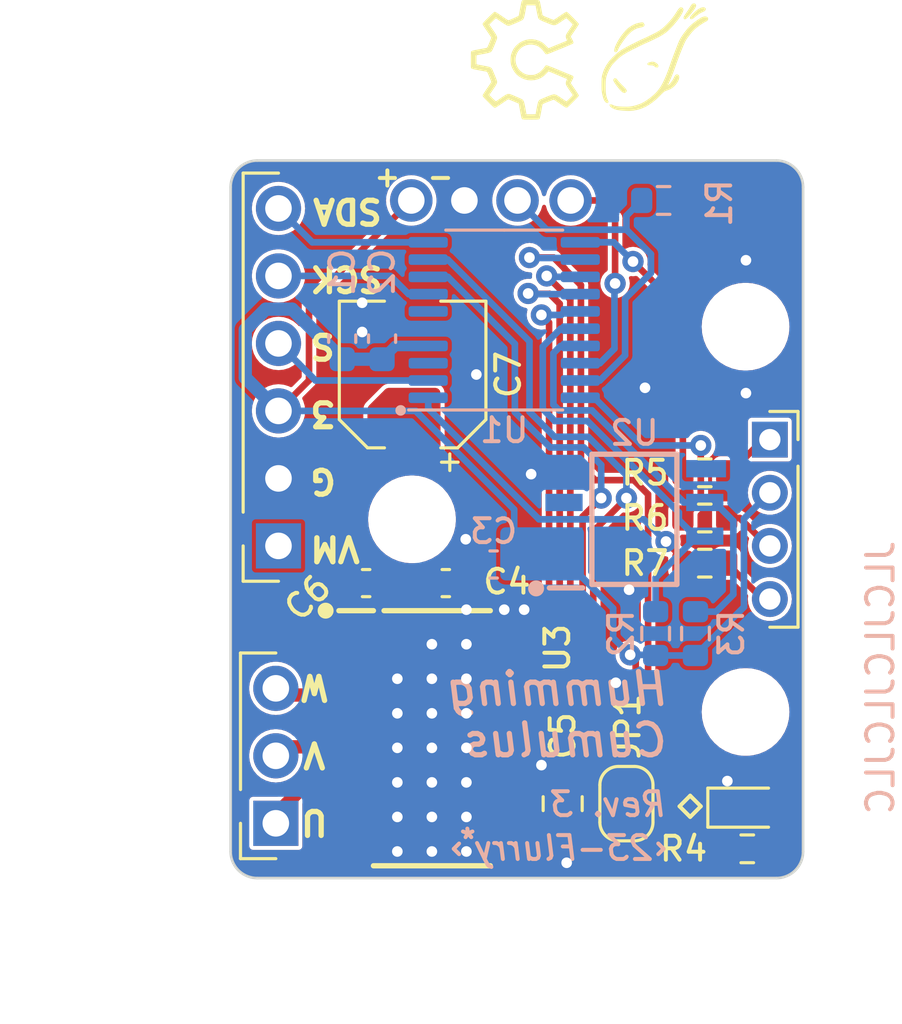
<source format=kicad_pcb>
(kicad_pcb (version 20221018) (generator pcbnew)
  (layers (0 "F.Cu" signal) (31 "B.Cu" signal) (34 "B.Paste" user) (35 "F.Paste" user) (36 "B.SilkS" user "B.Silkscreen") (37 "F.SilkS" user "F.Silkscreen") (38 "B.Mask" user) (39 "F.Mask" user) (44 "Edge.Cuts" user))
  (net 0 "")
  (net 1 "+3.3V")
  (net 2 "Net-(U3-CPH)")
  (net 3 "Net-(U3-CPL)")
  (net 4 "Net-(D1-A)")
  (net 5 "Net-(U3-VCP)")
  (net 6 "IN_U")
  (net 7 "IN_V")
  (net 8 "IN_W")
  (net 9 "MOTOR_U")
  (net 10 "MOTOR_V")
  (net 11 "MOTOR_W")
  (net 12 "NFAULT")
  (net 13 "NSLEEP")
  (net 14 "UNIT_CSN")
  (net 15 "UNIT_SCK")
  (net 16 "UNIT_SDA")
  (net 17 "LED_R")
  (net 18 "LED_G")
  (net 19 "VM")
  (net 20 "LED_B")
  (net 21 "SWCLK")
  (net 22 "SWDIO")
  (net 23 "MAG_SCL")
  (net 24 "MAG_SDA")
  (net 25 "LED_ACT")
  (net 31 "GND")
  (net 32 "Net-(J3-Pin_1)")
  (net 33 "Net-(J3-Pin_3)")
  (net 34 "Net-(J3-Pin_4)")
  (net 35 "V3P3O")
  (footprint "Connector_PinHeader_2.54mm:PinHeader_1x03_P2.54mm_Vertical" (layer "F.Cu") (at 19.9 43.14 180)
    (fp_text reference "J2" hide)
    (fp_text value "Conn_01x03")
    (pad "1" thru_hole rect (at 0 0 180) (size 1.7 1.7) (drill 1) (layers "*.Cu" "*.Mask") (net 9 "MOTOR_U"))
    (pad "2" thru_hole oval (at 0 2.54 180) (size 1.7 1.7) (drill 1) (layers "*.Cu" "*.Mask") (net 10 "MOTOR_V"))
    (pad "3" thru_hole oval (at 0 5.08 180) (size 1.7 1.7) (drill 1) (layers "*.Cu" "*.Mask") (net 11 "MOTOR_W"))
  )
  (footprint "Clouds_footprints:MountingHoles_M3_Tri14.5" (layer "F.Cu") (at 33.4 31.7 -30)
    (fp_text reference "H1" hide)
    (fp_text value "MountingHole")
    (pad "" np_thru_hole circle (at -7.25 4.185789 330) (size 3 3) (drill 3) (layers "F&B.Cu" "*.Mask"))
    (pad "" np_thru_hole circle (at 0 -8.371579 330) (size 3 3) (drill 3) (layers "F&B.Cu" "*.Mask"))
    (pad "" np_thru_hole circle (at 7.25 4.185789 330) (size 3 3) (drill 3) (layers "F&B.Cu" "*.Mask"))
  )
  (footprint "LED_SMD:LED_0603_1608Metric" (layer "F.Cu") (at 37.65 42.55)
    (fp_text reference "D1" hide)
    (fp_text value "Yellow")
    (pad "1" smd roundrect (at -0.7875 0) (size 0.875 0.95) (layers "F.Cu" "F.Paste" "F.Mask") (net 31 "GND"))
    (pad "2" smd roundrect (at 0.7875 0) (size 0.875 0.95) (layers "F.Cu" "F.Paste" "F.Mask") (net 4 "Net-(D1-A)"))
  )
  (footprint "Capacitor_SMD:C_0603_1608Metric" (layer "F.Cu") (at 23.3 34.1)
    (fp_text reference "C6" (at -2.2 0.55 45) (layer "F.SilkS") (effects (font (size 0.9 0.9))))
    (fp_text value "100n")
    (pad "1" smd roundrect (at -0.775 0) (size 0.9 0.95) (layers "F.Cu" "F.Paste" "F.Mask") (net 5 "Net-(U3-VCP)"))
    (pad "2" smd roundrect (at 0.775 0) (size 0.9 0.95) (layers "F.Cu" "F.Paste" "F.Mask") (net 19 "VM"))
  )
  (footprint "Jumper:SolderJumper-2_P1.3mm_Open_RoundedPad1.0x1.5mm" (layer "F.Cu") (at 33.1 42.4 90)
    (fp_text reference "JP1" (at 2.9 0.05 90) (layer "F.SilkS") (effects (font (size 0.9 0.9))))
    (fp_text value "SolderJumper_2_Open")
    (pad "1" smd custom (at -0.65 0 90) (size 1 0.5) (layers "F.Cu" "F.Mask") (net 35 "V3P3O") (options (clearance outline) (anchor rect)) (primitives (gr_circle (center 0 0.25) (end 0.5 0.25) (width 0) (fill yes)) (gr_circle (center 0 -0.25) (end 0.5 -0.25) (width 0) (fill yes)) (gr_poly (pts (xy 0.5 0.75) (xy 0 0.75) (xy 0 -0.75) (xy 0.5 -0.75)) (width 0) (fill yes))))
    (pad "2" smd custom (at 0.65 0 90) (size 1 0.5) (layers "F.Cu" "F.Mask") (net 1 "+3.3V") (options (clearance outline) (anchor rect)) (primitives (gr_circle (center 0 0.25) (end 0.5 0.25) (width 0) (fill yes)) (gr_circle (center 0 -0.25) (end 0.5 -0.25) (width 0) (fill yes)) (gr_poly (pts (xy 0 0.75) (xy -0.5 0.75) (xy -0.5 -0.75) (xy 0 -0.75)) (width 0) (fill yes))))
  )
  (footprint "Capacitor_SMD:CP_Elec_5x3.9" (layer "F.Cu") (at 25.05 26.25 90)
    (fp_text reference "C7" (at 0 3.6 90) (layer "F.SilkS") (effects (font (size 0.9 0.9))))
    (fp_text value "10u")
    (pad "1" smd roundrect (at -2.2 0 90) (size 3 1.6) (layers "F.Cu" "F.Paste" "F.Mask") (roundrect_rratio 0.15625) (net 19 "VM"))
    (pad "2" smd roundrect (at 2.2 0 90) (size 3 1.6) (layers "F.Cu" "F.Paste" "F.Mask") (roundrect_rratio 0.15625) (net 31 "GND"))
  )
  (footprint "LOGO" (layer "F.Cu") (at 29.270316 14.406473 90)
    (fp_text reference "G***" hide)
    (fp_text value "LOGO" hide)
  )
  (footprint "Clouds_footprints:TestPoints_1x04_P2.0" (layer "F.Cu") (at 28 19.7)
    (fp_text reference "J4" hide)
    (fp_text value "Conn_01x04")
    (fp_text user "-" (at -1.9 -0.9 unlocked) (layer "F.SilkS") (effects (font (size 0.75 0.75))))
    (fp_text user "+" (at -3.9 -0.9 unlocked) (layer "F.SilkS") (effects (font (size 0.75 0.75))))
    (pad "1" thru_hole circle (at -3 0) (size 1.6 1.6) (drill 1) (layers "*.Cu" "*.Mask") (net 1 "+3.3V"))
    (pad "2" thru_hole circle (at -1 0) (size 1.6 1.6) (drill 1) (layers "*.Cu" "*.Mask") (net 31 "GND"))
    (pad "3" thru_hole circle (at 1 0) (size 1.6 1.6) (drill 1) (layers "*.Cu" "*.Mask") (net 21 "SWCLK"))
    (pad "4" thru_hole circle (at 3 0) (size 1.6 1.6) (drill 1) (layers "*.Cu" "*.Mask") (net 22 "SWDIO"))
  )
  (footprint "Resistor_SMD:R_0603_1608Metric" (layer "F.Cu") (at 36.05 29.95 180)
    (fp_text reference "R5" (at 2.25 0 180) (layer "F.SilkS") (effects (font (size 0.9 0.9))))
    (fp_text value "220")
    (pad "1" smd roundrect (at -0.825 0 180) (size 0.8 0.95) (layers "F.Cu" "F.Paste" "F.Mask") (net 32 "Net-(J3-Pin_1)"))
    (pad "2" smd roundrect (at 0.825 0 180) (size 0.8 0.95) (layers "F.Cu" "F.Paste" "F.Mask") (net 17 "LED_R"))
  )
  (footprint "Capacitor_SMD:C_0805_2012Metric" (layer "F.Cu") (at 30.7 42.4 90)
    (fp_text reference "C5" (at 2.55 0 90) (layer "F.SilkS") (effects (font (size 0.9 0.9))))
    (fp_text value "470n")
    (pad "1" smd roundrect (at -0.95 0 90) (size 1 1.45) (layers "F.Cu" "F.Paste" "F.Mask") (net 35 "V3P3O"))
    (pad "2" smd roundrect (at 0.95 0 90) (size 1 1.45) (layers "F.Cu" "F.Paste" "F.Mask") (net 31 "GND"))
  )
  (footprint "Clouds_footprints:SOP65P640X120-29N" (layer "F.Cu") (at 25.775 39.9375)
    (fp_text reference "U3" (at 4.725 -3.3875 90) (layer "F.SilkS") (effects (font (size 0.9 0.9))))
    (fp_text value "DRV8313PWPR" hide)
    (pad "1" smd rect (at -2.938 -4.225 90) (size 0.45 1.475) (layers "F.Cu" "F.Paste" "F.Mask") (net 3 "Net-(U3-CPL)"))
    (pad "2" smd rect (at -2.938 -3.575 90) (size 0.45 1.475) (layers "F.Cu" "F.Paste" "F.Mask") (net 2 "Net-(U3-CPH)"))
    (pad "3" smd rect (at -2.938 -2.925 90) (size 0.45 1.475) (layers "F.Cu" "F.Paste" "F.Mask") (net 5 "Net-(U3-VCP)"))
    (pad "4" smd rect (at -2.938 -2.275 90) (size 0.45 1.475) (layers "F.Cu" "F.Paste" "F.Mask") (net 19 "VM"))
    (pad "5" smd rect (at -2.938 -1.625 90) (size 0.45 1.475) (layers "F.Cu" "F.Paste" "F.Mask") (net 11 "MOTOR_W"))
    (pad "6" smd rect (at -2.938 -0.975 90) (size 0.45 1.475) (layers "F.Cu" "F.Paste" "F.Mask") (net 31 "GND"))
    (pad "7" smd rect (at -2.938 -0.325 90) (size 0.45 1.475) (layers "F.Cu" "F.Paste" "F.Mask") (net 31 "GND"))
    (pad "8" smd rect (at -2.938 0.325 90) (size 0.45 1.475) (layers "F.Cu" "F.Paste" "F.Mask") (net 10 "MOTOR_V"))
    (pad "9" smd rect (at -2.938 0.975 90) (size 0.45 1.475) (layers "F.Cu" "F.Paste" "F.Mask") (net 9 "MOTOR_U"))
    (pad "10" smd rect (at -2.938 1.625 90) (size 0.45 1.475) (layers "F.Cu" "F.Paste" "F.Mask") (net 31 "GND"))
    (pad "11" smd rect (at -2.938 2.275 90) (size 0.45 1.475) (layers "F.Cu" "F.Paste" "F.Mask") (net 19 "VM"))
    (pad "12" smd rect (at -2.938 2.925 90) (size 0.45 1.475) (layers "F.Cu" "F.Paste" "F.Mask") (net 31 "GND"))
    (pad "13" smd rect (at -2.938 3.575 90) (size 0.45 1.475) (layers "F.Cu" "F.Paste" "F.Mask") (net 31 "GND"))
    (pad "14" smd rect (at -2.938 4.225 90) (size 0.45 1.475) (layers "F.Cu" "F.Paste" "F.Mask") (net 31 "GND"))
    (pad "15" smd rect (at 2.938 4.225 90) (size 0.45 1.475) (layers "F.Cu" "F.Paste" "F.Mask") (net 35 "V3P3O"))
    (pad "16" smd rect (at 2.938 3.575 90) (size 0.45 1.475) (layers "F.Cu" "F.Paste" "F.Mask") (net 35 "V3P3O"))
    (pad "17" smd rect (at 2.938 2.925 90) (size 0.45 1.475) (layers "F.Cu" "F.Paste" "F.Mask") (net 13 "NSLEEP"))
    (pad "18" smd rect (at 2.938 2.275 90) (size 0.45 1.475) (layers "F.Cu" "F.Paste" "F.Mask") (net 12 "NFAULT"))
    (pad "19" smd rect (at 2.938 1.625 90) (size 0.45 1.475) (layers "F.Cu" "F.Paste" "F.Mask"))
    (pad "20" smd rect (at 2.938 0.975 90) (size 0.45 1.475) (layers "F.Cu" "F.Paste" "F.Mask") (net 31 "GND"))
    (pad "21" smd rect (at 2.938 0.325 90) (size 0.45 1.475) (layers "F.Cu" "F.Paste" "F.Mask"))
    (pad "22" smd rect (at 2.938 -0.325 90) (size 0.45 1.475) (layers "F.Cu" "F.Paste" "F.Mask") (net 35 "V3P3O"))
    (pad "23" smd rect (at 2.938 -0.975 90) (size 0.45 1.475) (layers "F.Cu" "F.Paste" "F.Mask") (net 6 "IN_U"))
    (pad "24" smd rect (at 2.938 -1.625 90) (size 0.45 1.475) (layers "F.Cu" "F.Paste" "F.Mask") (net 35 "V3P3O"))
    (pad "25" smd rect (at 2.938 -2.275 90) (size 0.45 1.475) (layers "F.Cu" "F.Paste" "F.Mask") (net 7 "IN_V"))
    (pad "26" smd rect (at 2.938 -2.925 90) (size 0.45 1.475) (layers "F.Cu" "F.Paste" "F.Mask") (net 35 "V3P3O"))
    (pad "27" smd rect (at 2.938 -3.575 90) (size 0.45 1.475) (layers "F.Cu" "F.Paste" "F.Mask") (net 8 "IN_W"))
    (pad "28" smd rect (at 2.938 -4.225 90) (size 0.45 1.475) (layers "F.Cu" "F.Paste" "F.Mask") (net 31 "GND"))
    (pad "29" smd rect (at 0 0) (size 3.1 5.18) (layers "F.Cu" "F.Paste" "F.Mask") (net 31 "GND"))
  )
  (footprint "Resistor_SMD:R_0603_1608Metric" (layer "F.Cu") (at 36.05 33.35 180)
    (fp_text reference "R7" (at 2.25 0 180) (layer "F.SilkS") (effects (font (size 0.9 0.9))))
    (fp_text value "220")
    (pad "1" smd roundrect (at -0.825 0 180) (size 0.8 0.95) (layers "F.Cu" "F.Paste" "F.Mask") (net 34 "Net-(J3-Pin_4)"))
    (pad "2" smd roundrect (at 0.825 0 180) (size 0.8 0.95) (layers "F.Cu" "F.Paste" "F.Mask") (net 20 "LED_B"))
  )
  (footprint "Capacitor_SMD:C_0603_1608Metric" (layer "F.Cu") (at 26.3 34.1)
    (fp_text reference "C4" (at 2.3 -0.05 180) (layer "F.SilkS") (effects (font (size 0.9 0.9))))
    (fp_text value "10n")
    (pad "1" smd roundrect (at -0.775 0) (size 0.9 0.95) (layers "F.Cu" "F.Paste" "F.Mask") (net 3 "Net-(U3-CPL)"))
    (pad "2" smd roundrect (at 0.775 0) (size 0.9 0.95) (layers "F.Cu" "F.Paste" "F.Mask") (net 2 "Net-(U3-CPH)"))
  )
  (footprint "Resistor_SMD:R_0603_1608Metric" (layer "F.Cu") (at 36.05 31.65 180)
    (fp_text reference "R6" (at 2.25 0 180) (layer "F.SilkS") (effects (font (size 0.9 0.9))))
    (fp_text value "220")
    (pad "1" smd roundrect (at -0.825 0 180) (size 0.8 0.95) (layers "F.Cu" "F.Paste" "F.Mask") (net 33 "Net-(J3-Pin_3)"))
    (pad "2" smd roundrect (at 0.825 0 180) (size 0.8 0.95) (layers "F.Cu" "F.Paste" "F.Mask") (net 18 "LED_G"))
  )
  (footprint "Connector_PinHeader_2.54mm:PinHeader_1x06_P2.54mm_Vertical" (layer "F.Cu") (at 20 32.7 180)
    (fp_text reference "J1" hide)
    (fp_text value "Conn_01x06")
    (pad "1" thru_hole rect (at 0 0 180) (size 1.7 1.7) (drill 1) (layers "*.Cu" "*.Mask") (net 19 "VM"))
    (pad "2" thru_hole oval (at 0 2.54 180) (size 1.7 1.7) (drill 1) (layers "*.Cu" "*.Mask") (net 31 "GND"))
    (pad "3" thru_hole oval (at 0 5.08 180) (size 1.7 1.7) (drill 1) (layers "*.Cu" "*.Mask") (net 1 "+3.3V"))
    (pad "4" thru_hole oval (at 0 7.62 180) (size 1.7 1.7) (drill 1) (layers "*.Cu" "*.Mask") (net 14 "UNIT_CSN"))
    (pad "5" thru_hole oval (at 0 10.16 180) (size 1.7 1.7) (drill 1) (layers "*.Cu" "*.Mask") (net 15 "UNIT_SCK"))
    (pad "6" thru_hole oval (at 0 12.7 180) (size 1.7 1.7) (drill 1) (layers "*.Cu" "*.Mask") (net 16 "UNIT_SDA"))
  )
  (footprint "Connector_PinHeader_2.00mm:PinHeader_1x04_P2.00mm_Vertical" (layer "F.Cu") (at 38.5 28.7)
    (fp_text reference "J3" hide)
    (fp_text value "Conn_01x04")
    (pad "1" thru_hole rect (at 0 0) (size 1.35 1.35) (drill 0.8) (layers "*.Cu" "*.Mask") (net 32 "Net-(J3-Pin_1)"))
    (pad "2" thru_hole oval (at 0 2) (size 1.35 1.35) (drill 0.8) (layers "*.Cu" "*.Mask") (net 1 "+3.3V"))
    (pad "3" thru_hole oval (at 0 4) (size 1.35 1.35) (drill 0.8) (layers "*.Cu" "*.Mask") (net 33 "Net-(J3-Pin_3)"))
    (pad "4" thru_hole oval (at 0 6) (size 1.35 1.35) (drill 0.8) (layers "*.Cu" "*.Mask") (net 34 "Net-(J3-Pin_4)"))
  )
  (footprint "Resistor_SMD:R_0603_1608Metric" (layer "F.Cu") (at 37.65 44.1)
    (fp_text reference "R4" (at -2.4 0) (layer "F.SilkS") (effects (font (size 0.9 0.9))))
    (fp_text value "TBD")
    (pad "1" smd roundrect (at -0.825 0) (size 0.8 0.95) (layers "F.Cu" "F.Paste" "F.Mask") (net 25 "LED_ACT"))
    (pad "2" smd roundrect (at 0.825 0) (size 0.8 0.95) (layers "F.Cu" "F.Paste" "F.Mask") (net 4 "Net-(D1-A)"))
  )
  (footprint "LOGO" (layer "F.Cu") (at 34.25 14.25 90)
    (fp_text reference "G***" hide)
    (fp_text value "LOGO" hide)
  )
  (footprint "Clouds_footprints:SOIC127P600X175-8N" (layer "B.Cu") (at 33.4 31.7)
    (fp_text reference "U2" (at 0 -3.25) (layer "B.SilkS") (effects (font (size 0.9 0.9)) (justify mirror)))
    (fp_text value "AS5600L-ASOM" hide)
    (pad "1" smd rect (at -2.7 1.905 270) (size 0.65 1.5) (layers "B.Cu" "B.Paste" "B.Mask") (net 1 "+3.3V"))
    (pad "2" smd rect (at -2.65 0.635 270) (size 0.65 1.4) (layers "B.Cu" "B.Paste" "B.Mask") (net 1 "+3.3V"))
    (pad "3" smd rect (at -2.65 -0.635 270) (size 0.65 1.4) (layers "B.Cu" "B.Paste" "B.Mask"))
    (pad "4" smd rect (at -2.7 -1.905 270) (size 0.65 1.5) (layers "B.Cu" "B.Paste" "B.Mask") (net 31 "GND"))
    (pad "5" smd rect (at 2.7 -1.905 270) (size 0.65 1.5) (layers "B.Cu" "B.Paste" "B.Mask"))
    (pad "6" smd rect (at 2.65 -0.635 270) (size 0.65 1.4) (layers "B.Cu" "B.Paste" "B.Mask") (net 24 "MAG_SDA"))
    (pad "7" smd rect (at 2.65 0.635 270) (size 0.65 1.4) (layers "B.Cu" "B.Paste" "B.Mask") (net 23 "MAG_SCL"))
    (pad "8" smd rect (at 2.7 1.905 270) (size 0.65 1.5) (layers "B.Cu" "B.Paste" "B.Mask") (net 31 "GND"))
  )
  (footprint "Resistor_SMD:R_0603_1608Metric" (layer "B.Cu") (at 34.2 36 90)
    (fp_text reference "R2" (at 0 -1.3 90) (layer "B.SilkS") (effects (font (size 0.9 0.9)) (justify mirror)))
    (fp_text value "1.5k")
    (pad "1" smd roundrect (at -0.825 0 90) (size 0.8 0.95) (layers "B.Cu" "B.Paste" "B.Mask") (net 1 "+3.3V"))
    (pad "2" smd roundrect (at 0.825 0 90) (size 0.8 0.95) (layers "B.Cu" "B.Paste" "B.Mask") (net 23 "MAG_SCL"))
  )
  (footprint "Capacitor_SMD:C_0603_1608Metric" (layer "B.Cu") (at 23.9 24.9 90)
    (fp_text reference "C2" (at 2.5 0 90) (layer "B.SilkS") (effects (font (size 0.9 0.9)) (justify mirror)))
    (fp_text value "100n")
    (pad "1" smd roundrect (at -0.775 0 90) (size 0.9 0.95) (layers "B.Cu" "B.Paste" "B.Mask") (net 1 "+3.3V"))
    (pad "2" smd roundrect (at 0.775 0 90) (size 0.9 0.95) (layers "B.Cu" "B.Paste" "B.Mask") (net 31 "GND"))
  )
  (footprint "Capacitor_SMD:C_0603_1608Metric" (layer "B.Cu") (at 28.1 33.4 180)
    (fp_text reference "C3" (at 0 1.25) (layer "B.SilkS") (effects (font (size 0.9 0.9)) (justify mirror)))
    (fp_text value "100n")
    (pad "1" smd roundrect (at -0.775 0 180) (size 0.9 0.95) (layers "B.Cu" "B.Paste" "B.Mask") (net 1 "+3.3V"))
    (pad "2" smd roundrect (at 0.775 0 180) (size 0.9 0.95) (layers "B.Cu" "B.Paste" "B.Mask") (net 31 "GND"))
  )
  (footprint "Package_SO:TSSOP-20_4.4x6.5mm_P0.65mm" (layer "B.Cu") (at 28.5 24.2)
    (fp_text reference "U1" (at 0 4.15) (layer "B.SilkS") (effects (font (size 0.9 0.9)) (justify mirror)))
    (fp_text value "STM32G030F6Px")
    (pad "1" smd roundrect (at -2.8625 2.925) (size 1.475 0.4) (layers "B.Cu" "B.Paste" "B.Mask") (net 20 "LED_B"))
    (pad "2" smd roundrect (at -2.8625 2.275) (size 1.475 0.4) (layers "B.Cu" "B.Paste" "B.Mask") (net 14 "UNIT_CSN"))
    (pad "3" smd roundrect (at -2.8625 1.625) (size 1.475 0.4) (layers "B.Cu" "B.Paste" "B.Mask"))
    (pad "4" smd roundrect (at -2.8625 0.975) (size 1.475 0.4) (layers "B.Cu" "B.Paste" "B.Mask") (net 1 "+3.3V"))
    (pad "5" smd roundrect (at -2.8625 0.325) (size 1.475 0.4) (layers "B.Cu" "B.Paste" "B.Mask") (net 31 "GND"))
    (pad "6" smd roundrect (at -2.8625 -0.325) (size 1.475 0.4) (layers "B.Cu" "B.Paste" "B.Mask"))
    (pad "7" smd roundrect (at -2.8625 -0.975) (size 1.475 0.4) (layers "B.Cu" "B.Paste" "B.Mask") (net 15 "UNIT_SCK"))
    (pad "8" smd roundrect (at -2.8625 -1.625) (size 1.475 0.4) (layers "B.Cu" "B.Paste" "B.Mask") (net 12 "NFAULT"))
    (pad "9" smd roundrect (at -2.8625 -2.275) (size 1.475 0.4) (layers "B.Cu" "B.Paste" "B.Mask") (net 13 "NSLEEP"))
    (pad "10" smd roundrect (at -2.8625 -2.925) (size 1.475 0.4) (layers "B.Cu" "B.Paste" "B.Mask") (net 16 "UNIT_SDA"))
    (pad "11" smd roundrect (at 2.8625 -2.925) (size 1.475 0.4) (layers "B.Cu" "B.Paste" "B.Mask") (net 17 "LED_R"))
    (pad "12" smd roundrect (at 2.8625 -2.275) (size 1.475 0.4) (layers "B.Cu" "B.Paste" "B.Mask") (net 25 "LED_ACT"))
    (pad "13" smd roundrect (at 2.8625 -1.625) (size 1.475 0.4) (layers "B.Cu" "B.Paste" "B.Mask") (net 6 "IN_U"))
    (pad "14" smd roundrect (at 2.8625 -0.975) (size 1.475 0.4) (layers "B.Cu" "B.Paste" "B.Mask") (net 7 "IN_V"))
    (pad "15" smd roundrect (at 2.8625 -0.325) (size 1.475 0.4) (layers "B.Cu" "B.Paste" "B.Mask") (net 8 "IN_W"))
    (pad "16" smd roundrect (at 2.8625 0.325) (size 1.475 0.4) (layers "B.Cu" "B.Paste" "B.Mask") (net 23 "MAG_SCL"))
    (pad "17" smd roundrect (at 2.8625 0.975) (size 1.475 0.4) (layers "B.Cu" "B.Paste" "B.Mask") (net 24 "MAG_SDA"))
    (pad "18" smd roundrect (at 2.8625 1.625) (size 1.475 0.4) (layers "B.Cu" "B.Paste" "B.Mask") (net 22 "SWDIO"))
    (pad "19" smd roundrect (at 2.8625 2.275) (size 1.475 0.4) (layers "B.Cu" "B.Paste" "B.Mask") (net 21 "SWCLK"))
    (pad "20" smd roundrect (at 2.8625 2.925) (size 1.475 0.4) (layers "B.Cu" "B.Paste" "B.Mask") (net 18 "LED_G"))
  )
  (footprint "Capacitor_SMD:C_0603_1608Metric" (layer "B.Cu") (at 22.4 24.9 90)
    (fp_text reference "C1" (at 2.5 0 90) (layer "B.SilkS") (effects (font (size 0.9 0.9)) (justify mirror)))
    (fp_text value "4.7u")
    (pad "1" smd roundrect (at -0.775 0 90) (size 0.9 0.95) (layers "B.Cu" "B.Paste" "B.Mask") (net 1 "+3.3V"))
    (pad "2" smd roundrect (at 0.775 0 90) (size 0.9 0.95) (layers "B.Cu" "B.Paste" "B.Mask") (net 31 "GND"))
  )
  (footprint "Resistor_SMD:R_0603_1608Metric" (layer "B.Cu") (at 35.7 36 90)
    (fp_text reference "R3" (at 0 1.35 90) (layer "B.SilkS") (effects (font (size 0.9 0.9)) (justify mirror)))
    (fp_text value "1.5k")
    (pad "1" smd roundrect (at -0.825 0 90) (size 0.8 0.95) (layers "B.Cu" "B.Paste" "B.Mask") (net 1 "+3.3V"))
    (pad "2" smd roundrect (at 0.825 0 90) (size 0.8 0.95) (layers "B.Cu" "B.Paste" "B.Mask") (net 24 "MAG_SDA"))
  )
  (footprint "Resistor_SMD:R_0603_1608Metric" (layer "B.Cu") (at 34.5 19.7)
    (fp_text reference "R1" (at 2.1 0.1 90) (layer "B.SilkS") (effects (font (size 0.9 0.9)) (justify mirror)))
    (fp_text value "100k")
    (pad "1" smd roundrect (at -0.825 0) (size 0.8 0.95) (layers "B.Cu" "B.Paste" "B.Mask") (net 21 "SWCLK"))
    (pad "2" smd roundrect (at 0.825 0) (size 0.8 0.95) (layers "B.Cu" "B.Paste" "B.Mask") (net 31 "GND"))
  )
  (gr_line (start 26.6 44.1) (end 26.8 43.9) (stroke (width 0.15)) (layer "B.SilkS"))
  (gr_line (start 34.3 44.3) (end 34.5 44.1) (stroke (width 0.15)) (layer "B.SilkS"))
  (gr_circle (center 24.6 27.6) (end 24.8 27.6) (fill solid) (layer "B.SilkS"))
  (gr_line (start 26.8 44.3) (end 26.6 44.1) (stroke (width 0.15)) (layer "B.SilkS"))
  (gr_line (start 34.5 44.1) (end 34.3 43.9) (stroke (width 0.15)) (layer "B.SilkS"))
  (gr_line (start 35.1 42.5) (end 35.5 42.1) (stroke (width 0.15)) (layer "F.SilkS"))
  (gr_line (start 35.5 42.9) (end 35.1 42.5) (stroke (width 0.15)) (layer "F.SilkS"))
  (gr_line (start 35.5 42.1) (end 35.9 42.5) (stroke (width 0.15)) (layer "F.SilkS"))
  (gr_line (start 35.9 42.5) (end 35.5 42.9) (stroke (width 0.15)) (layer "F.SilkS"))
  (gr_arc (start 19.2 45.2) (mid 18.492893 44.907107) (end 18.2 44.2) (stroke (width 0.1)) (layer "Edge.Cuts"))
  (gr_line (start 39.75 19.2) (end 39.75 44.2) (stroke (width 0.1)) (layer "Edge.Cuts"))
  (gr_arc (start 39.75 44.2) (mid 39.457107 44.907107) (end 38.75 45.2) (stroke (width 0.1)) (layer "Edge.Cuts"))
  (gr_line (start 19.2 18.2) (end 38.75 18.2) (stroke (width 0.1)) (layer "Edge.Cuts"))
  (gr_arc (start 18.2 19.2) (mid 18.492893 18.492894) (end 19.2 18.2) (stroke (width 0.1)) (layer "Edge.Cuts"))
  (gr_line (start 19.2 45.2) (end 38.75 45.2) (stroke (width 0.1)) (layer "Edge.Cuts"))
  (gr_line (start 18.2 19.2) (end 18.2 44.2) (stroke (width 0.1)) (layer "Edge.Cuts"))
  (gr_arc (start 38.75 18.2) (mid 39.457107 18.492893) (end 39.75 19.2) (stroke (width 0.1)) (layer "Edge.Cuts"))
  (gr_text "Rev. 3" (at 34.7 42.95) (layer "B.SilkS") (effects (font (size 0.9 0.9) (thickness 0.15) italic) (justify left bottom mirror)))
  (gr_text "*" (at 27.2 43.75) (layer "B.SilkS") (effects (font (size 0.75 0.75) (thickness 0.15) bold italic) (justify mirror)))
  (gr_text "23-Flurry" (at 34.2 44.6) (layer "B.SilkS") (effects (font (size 0.9 0.9) (thickness 0.15) italic) (justify left bottom mirror)))
  (gr_text "JLCJLCJLCJLC" (at 43.25 42.9 90) (layer "B.SilkS") (effects (font (size 1 1)) (justify right bottom mirror)))
  (gr_text "Humming\nCumulus" (at 34.8 39.05) (layer "B.SilkS") (effects (font (size 1.2 1.2) (thickness 0.2) bold italic) (justify left mirror)))
  (gr_text "U" (at 21.35 43.1 180) (layer "F.SilkS") (effects (font (size 0.9 0.9) (thickness 0.2) bold)))
  (gr_text "G" (at 21.1 30.26 180) (layer "F.SilkS") (effects (font (size 0.9 0.9) (thickness 0.2) bold) (justify right)))
  (gr_text "S" (at 21.1 25.18 180) (layer "F.SilkS") (effects (font (size 0.9 0.9) (thickness 0.2) bold) (justify right)))
  (gr_text "SCK" (at 21.1 22.64 180) (layer "F.SilkS") (effects (font (size 0.9 0.9) (thickness 0.2) bold) (justify right)))
  (gr_text "VM" (at 21.1 32.8 180) (layer "F.SilkS") (effects (font (size 0.9 0.9) (thickness 0.2) bold) (justify right)))
  (gr_text "3" (at 21.1 27.72 180) (layer "F.SilkS") (effects (font (size 0.9 0.9) (thickness 0.2) bold) (justify right)))
  (gr_text "W" (at 21.35 38.02 180) (layer "F.SilkS") (effects (font (size 0.9 0.9) (thickness 0.2) bold)))
  (gr_text "V" (at 21.35 40.56 180) (layer "F.SilkS") (effects (font (size 0.9 0.9) (thickness 0.2) bold)))
  (gr_text "SDA" (at 21.2 20.1 180) (layer "F.SilkS") (effects (font (size 0.9 0.9) (thickness 0.2) bold) (justify right)))
  (segment (start 33.45 37.009198) (end 33.45 41.4) (width 0.25) (layer "F.Cu") (net 1))
  (segment (start 21.15 26.47) (end 21.15 23.55) (width 0.25) (layer "F.Cu") (net 1))
  (segment (start 21.15 23.55) (end 25 19.7) (width 0.25) (layer "F.Cu") (net 1))
  (segment (start 33.45 41.4) (end 33.1 41.75) (width 0.25) (layer "F.Cu") (net 1))
  (segment (start 33.240802 36.8) (end 33.45 37.009198) (width 0.25) (layer "F.Cu") (net 1))
  (segment (start 20 27.62) (end 21.15 26.47) (width 0.25) (layer "F.Cu") (net 1))
  (via (at 33.240802 36.8) (size 0.8) (drill 0.4) (layers "F.Cu" "B.Cu") (net 1))
  (segment (start 23.9 25.675) (end 24.4 25.175) (width 0.4) (layer "B.Cu") (net 1))
  (segment (start 20 27.62) (end 20.155 27.62) (width 0.5) (layer "B.Cu") (net 1))
  (segment (start 31.1275 32.335) (end 30.99 32.335) (width 0.25) (layer "B.Cu") (net 1))
  (segment (start 30.7 33.605) (end 29.08 33.605) (width 0.5) (layer "B.Cu") (net 1))
  (segment (start 32.6 36.159198) (end 32.6 35.05) (width 0.25) (layer "B.Cu") (net 1))
  (segment (start 18.75 26.37) (end 20 27.62) (width 0.5) (layer "B.Cu") (net 1))
  (segment (start 34.175 36.8) (end 34.2 36.825) (width 0.25) (layer "B.Cu") (net 1))
  (segment (start 28.875 31.330686) (end 25.2375 27.693186) (width 0.25) (layer "B.Cu") (net 1))
  (segment (start 32.6 35.05) (end 31.25 33.7) (width 0.25) (layer "B.Cu") (net 1))
  (segment (start 35.7 36.825) (end 37.525 35) (width 0.25) (layer "B.Cu") (net 1))
  (segment (start 25.2375 27.693186) (end 25.2375 27.6875) (width 0.25) (layer "B.Cu") (net 1))
  (segment (start 37.525 35) (end 37.525 31.675) (width 0.25) (layer "B.Cu") (net 1))
  (segment (start 22.4 25.675) (end 20.515 23.79) (width 0.5) (layer "B.Cu") (net 1))
  (segment (start 28.875 33.4) (end 28.875 31.330686) (width 0.25) (layer "B.Cu") (net 1))
  (segment (start 33.240802 36.8) (end 32.6 36.159198) (width 0.25) (layer "B.Cu") (net 1))
  (segment (start 20.23 27.62) (end 20 27.62) (width 0.5) (layer "B.Cu") (net 1))
  (segment (start 20.515 23.79) (end 19.522233 23.79) (width 0.5) (layer "B.Cu") (net 1))
  (segment (start 22.4 25.675) (end 22.175 25.675) (width 0.5) (layer "B.Cu") (net 1))
  (segment (start 25.2375 27.6875) (end 25.17 27.62) (width 0.25) (layer "B.Cu") (net 1))
  (segment (start 33.240802 36.8) (end 34.175 36.8) (width 0.25) (layer "B.Cu") (net 1))
  (segment (start 18.75 24.562233) (end 18.75 26.37) (width 0.5) (layer "B.Cu") (net 1))
  (segment (start 22.4 25.675) (end 23.9 25.675) (width 0.5) (layer "B.Cu") (net 1))
  (segment (start 37.525 31.675) (end 38.5 30.7) (width 0.25) (layer "B.Cu") (net 1))
  (segment (start 29.08 33.605) (end 28.875 33.4) (width 0.5) (layer "B.Cu") (net 1))
  (segment (start 34.2 36.825) (end 35.7 36.825) (width 0.25) (layer "B.Cu") (net 1))
  (segment (start 25.17 27.62) (end 20 27.62) (width 0.25) (layer "B.Cu") (net 1))
  (segment (start 19.522233 23.79) (end 18.75 24.562233) (width 0.5) (layer "B.Cu") (net 1))
  (segment (start 24.4 25.175) (end 25.6375 25.175) (width 0.4) (layer "B.Cu") (net 1))
  (segment (start 23.828186 36.3625) (end 22.837 36.3625) (width 0.25) (layer "F.Cu") (net 2))
  (segment (start 25.340686 34.85) (end 23.828186 36.3625) (width 0.25) (layer "F.Cu") (net 2))
  (segment (start 27.075 34.1) (end 26.325 34.85) (width 0.25) (layer "F.Cu") (net 2))
  (segment (start 26.325 34.85) (end 25.340686 34.85) (width 0.25) (layer "F.Cu") (net 2))
  (segment (start 25.525 34.1) (end 23.9125 35.7125) (width 0.25) (layer "F.Cu") (net 3))
  (segment (start 23.9125 35.7125) (end 22.837 35.7125) (width 0.25) (layer "F.Cu") (net 3))
  (segment (start 38.475 44.1) (end 38.475 42.5875) (width 0.25) (layer "F.Cu") (net 4))
  (segment (start 38.475 42.5875) (end 38.4375 42.55) (width 0.25) (layer "F.Cu") (net 4))
  (segment (start 21.8245 34.8005) (end 21.8245 36.9875) (width 0.25) (layer "F.Cu") (net 5))
  (segment (start 21.8495 37.0125) (end 22.837 37.0125) (width 0.25) (layer "F.Cu") (net 5))
  (segment (start 21.8245 36.9875) (end 21.8495 37.0125) (width 0.25) (layer "F.Cu") (net 5))
  (segment (start 22.525 34.1) (end 21.8245 34.8005) (width 0.25) (layer "F.Cu") (net 5))
  (segment (start 30.09888 22.540559) (end 30.103788 22.540559) (width 0.25) (layer "F.Cu") (net 6))
  (segment (start 30.103788 22.540559) (end 30.987 23.423771) (width 0.25) (layer "F.Cu") (net 6))
  (segment (start 30.987 23.423771) (end 30.987 37.538) (width 0.25) (layer "F.Cu") (net 6))
  (segment (start 29.5625 38.9625) (end 28.713 38.9625) (width 0.25) (layer "F.Cu") (net 6))
  (segment (start 30.987 37.538) (end 29.5625 38.9625) (width 0.25) (layer "F.Cu") (net 6))
  (via (at 30.09888 22.540559) (size 0.8) (drill 0.4) (layers "F.Cu" "B.Cu") (net 6))
  (segment (start 30.133321 22.575) (end 31.3625 22.575) (width 0.25) (layer "B.Cu") (net 6))
  (segment (start 30.09888 22.540559) (end 30.133321 22.575) (width 0.25) (layer "B.Cu") (net 6))
  (segment (start 29.4 23.2) (end 29.415559 23.215559) (width 0.25) (layer "F.Cu") (net 7))
  (segment (start 29.616186 37.6625) (end 28.713 37.6625) (width 0.25) (layer "F.Cu") (net 7))
  (segment (start 30.587 23.589457) (end 30.587 36.691686) (width 0.25) (layer "F.Cu") (net 7))
  (segment (start 30.587 36.691686) (end 29.616186 37.6625) (width 0.25) (layer "F.Cu") (net 7))
  (segment (start 30.213102 23.215559) (end 30.587 23.589457) (width 0.25) (layer "F.Cu") (net 7))
  (segment (start 29.415559 23.215559) (end 30.213102 23.215559) (width 0.25) (layer "F.Cu") (net 7))
  (via (at 29.4 23.2) (size 0.8) (drill 0.4) (layers "F.Cu" "B.Cu") (net 7))
  (segment (start 29.425 23.225) (end 31.3625 23.225) (width 0.25) (layer "B.Cu") (net 7))
  (segment (start 29.4 23.2) (end 29.425 23.225) (width 0.25) (layer "B.Cu") (net 7))
  (segment (start 30.187 35.876) (end 29.7005 36.3625) (width 0.25) (layer "F.Cu") (net 8))
  (segment (start 29.7005 36.3625) (end 28.713 36.3625) (width 0.25) (layer "F.Cu") (net 8))
  (segment (start 29.897632 24.008652) (end 30.187 24.29802) (width 0.25) (layer "F.Cu") (net 8))
  (segment (start 30.187 24.29802) (end 30.187 35.876) (width 0.25) (layer "F.Cu") (net 8))
  (via (at 29.897632 24.008652) (size 0.8) (drill 0.4) (layers "F.Cu" "B.Cu") (net 8))
  (segment (start 30.641348 24.008652) (end 30.775 23.875) (width 0.25) (layer "B.Cu") (net 8))
  (segment (start 29.897632 24.008652) (end 30.641348 24.008652) (width 0.25) (layer "B.Cu") (net 8))
  (segment (start 30.775 23.875) (end 31.3625 23.875) (width 0.25) (layer "B.Cu") (net 8))
  (segment (start 19.9 42.806) (end 19.9 43.14) (width 0.5) (layer "F.Cu") (net 9))
  (segment (start 21.7935 40.9125) (end 19.9 42.806) (width 0.5) (layer "F.Cu") (net 9))
  (segment (start 22.837 40.9125) (end 21.7935 40.9125) (width 0.5) (layer "F.Cu") (net 9))
  (segment (start 20.2375 40.2625) (end 19.9 40.6) (width 0.5) (layer "F.Cu") (net 10))
  (segment (start 22.837 40.2625) (end 20.2375 40.2625) (width 0.5) (layer "F.Cu") (net 10))
  (segment (start 22.837 38.3125) (end 20.1525 38.3125) (width 0.5) (layer "F.Cu") (net 11))
  (segment (start 20.1525 38.3125) (end 19.9 38.06) (width 0.5) (layer "F.Cu") (net 11))
  (segment (start 28.7255 42.225) (end 28.713 42.2125) (width 0.25) (layer "F.Cu") (net 12))
  (segment (start 31.45 40.72561) (end 31.45 31.6) (width 0.25) (layer "F.Cu") (net 12))
  (segment (start 31.7 40.97561) (end 31.7 41.92439) (width 0.2) (layer "F.Cu") (net 12))
  (segment (start 31.39939 42.225) (end 28.7255 42.225) (width 0.2) (layer "F.Cu") (net 12))
  (segment (start 31.7 40.97561) (end 31.45 40.72561) (width 0.2) (layer "F.Cu") (net 12))
  (segment (start 31.45 31.6) (end 32.15 30.9) (width 0.25) (layer "F.Cu") (net 12))
  (segment (start 31.7 41.92439) (end 31.39939 42.225) (width 0.2) (layer "F.Cu") (net 12))
  (via (at 32.15 30.9) (size 0.8) (drill 0.4) (layers "F.Cu" "B.Cu") (net 12))
  (segment (start 28.9 25.100001) (end 28.9 27.665685) (width 0.25) (layer "B.Cu") (net 12))
  (segment (start 28.9 27.665685) (end 30.229315 28.995) (width 0.25) (layer "B.Cu") (net 12))
  (segment (start 25.6375 22.575) (end 26.374999 22.575) (width 0.25) (layer "B.Cu") (net 12))
  (segment (start 32.15 29.65) (end 32.15 30.9) (width 0.25) (layer "B.Cu") (net 12))
  (segment (start 26.374999 22.575) (end 28.9 25.100001) (width 0.25) (layer "B.Cu") (net 12))
  (segment (start 30.229315 28.995) (end 31.495 28.995) (width 0.25) (layer "B.Cu") (net 12))
  (segment (start 31.495 28.995) (end 32.15 29.65) (width 0.25) (layer "B.Cu") (net 12))
  (segment (start 33.099503 30.905092) (end 33.099503 30.9) (width 0.25) (layer "F.Cu") (net 13))
  (segment (start 32.075 42.044364) (end 32.075 40.784924) (width 0.2) (layer "F.Cu") (net 13))
  (segment (start 29.748466 42.8625) (end 30.010966 42.6) (width 0.2) (layer "F.Cu") (net 13))
  (segment (start 30.010966 42.6) (end 31.519364 42.6) (width 0.2) (layer "F.Cu") (net 13))
  (segment (start 28.713 42.8625) (end 29.748466 42.8625) (width 0.2) (layer "F.Cu") (net 13))
  (segment (start 31.85 40.559924) (end 31.85 32.154595) (width 0.25) (layer "F.Cu") (net 13))
  (segment (start 31.519364 42.6) (end 32.075 42.044364) (width 0.2) (layer "F.Cu") (net 13))
  (segment (start 31.85 40.559924) (end 32.075 40.784924) (width 0.25) (layer "F.Cu") (net 13))
  (segment (start 31.85 32.154595) (end 33.099503 30.905092) (width 0.25) (layer "F.Cu") (net 13))
  (via (at 33.099503 30.9) (size 0.8) (drill 0.4) (layers "F.Cu" "B.Cu") (net 13))
  (segment (start 29.45 25.000001) (end 26.374999 21.925) (width 0.25) (layer "B.Cu") (net 13))
  (segment (start 33.099503 30.9) (end 33.099503 30.033817) (width 0.25) (layer "B.Cu") (net 13))
  (segment (start 31.660686 28.595) (end 30.395 28.595) (width 0.25) (layer "B.Cu") (net 13))
  (segment (start 33.099503 30.033817) (end 31.660686 28.595) (width 0.25) (layer "B.Cu") (net 13))
  (segment (start 29.45 27.65) (end 29.45 25.000001) (width 0.25) (layer "B.Cu") (net 13))
  (segment (start 26.374999 21.925) (end 25.6375 21.925) (width 0.25) (layer "B.Cu") (net 13))
  (segment (start 30.395 28.595) (end 29.45 27.65) (width 0.25) (layer "B.Cu") (net 13))
  (segment (start 25.6375 26.475) (end 21.395 26.475) (width 0.25) (layer "B.Cu") (net 14))
  (segment (start 21.395 26.475) (end 20 25.08) (width 0.25) (layer "B.Cu") (net 14))
  (segment (start 25.6375 23.225) (end 24.900001 23.225) (width 0.25) (layer "B.Cu") (net 15))
  (segment (start 24.215001 22.54) (end 20 22.54) (width 0.25) (layer "B.Cu") (net 15))
  (segment (start 24.900001 23.225) (end 24.215001 22.54) (width 0.25) (layer "B.Cu") (net 15))
  (segment (start 20 20) (end 21.275 21.275) (width 0.25) (layer "B.Cu") (net 16))
  (segment (start 21.275 21.275) (end 25.6375 21.275) (width 0.25) (layer "B.Cu") (net 16))
  (segment (start 33.347556 21.998628) (end 35.225 23.876072) (width 0.25) (layer "F.Cu") (net 17))
  (segment (start 35.225 23.876072) (end 35.225 29.95) (width 0.25) (layer "F.Cu") (net 17))
  (via (at 33.347556 21.998628) (size 0.8) (drill 0.4) (layers "F.Cu" "B.Cu") (net 17))
  (segment (start 33.347556 21.998628) (end 32.623928 21.275) (width 0.25) (layer "B.Cu") (net 17))
  (segment (start 32.623928 21.275) (end 31.3625 21.275) (width 0.25) (layer "B.Cu") (net 17))
  (segment (start 35.9 28.920998) (end 35.9 30.975) (width 0.25) (layer "F.Cu") (net 18))
  (segment (start 35.9 30.975) (end 35.225 31.65) (width 0.25) (layer "F.Cu") (net 18))
  (segment (start 35.8995 28.920498) (end 35.9 28.920998) (width 0.25) (layer "F.Cu") (net 18))
  (via (at 35.8995 28.920498) (size 0.8) (drill 0.4) (layers "F.Cu" "B.Cu") (net 18))
  (segment (start 33.686184 28.920498) (end 31.890686 27.125) (width 0.25) (layer "B.Cu") (net 18))
  (segment (start 31.890686 27.125) (end 31.3625 27.125) (width 0.25) (layer "B.Cu") (net 18))
  (segment (start 35.8995 28.920498) (end 33.686184 28.920498) (width 0.25) (layer "B.Cu") (net 18))
  (segment (start 35.225 33.170658) (end 35.225 33.35) (width 0.25) (layer "F.Cu") (net 20))
  (segment (start 34.590302 32.53596) (end 35.225 33.170658) (width 0.25) (layer "F.Cu") (net 20))
  (via (at 34.590302 32.53596) (size 0.8) (drill 0.4) (layers "F.Cu" "B.Cu") (net 20))
  (segment (start 29.81 31.7) (end 25.6375 27.5275) (width 0.25) (layer "B.Cu") (net 20))
  (segment (start 33.754342 31.7) (end 29.81 31.7) (width 0.25) (layer "B.Cu") (net 20))
  (segment (start 25.6375 27.5275) (end 25.6375 27.125) (width 0.25) (layer "B.Cu") (net 20))
  (segment (start 34.590302 32.53596) (end 33.754342 31.7) (width 0.25) (layer "B.Cu") (net 20))
  (segment (start 32.099999 26.475) (end 33.0495 25.525499) (width 0.25) (layer "B.Cu") (net 21))
  (segment (start 33.0495 25.525499) (end 33.0495 23.4005) (width 0.25) (layer "B.Cu") (net 21))
  (segment (start 31.3625 26.475) (end 32.099999 26.475) (width 0.25) (layer "B.Cu") (net 21))
  (segment (start 33.0495 23.4005) (end 34.022556 22.427444) (width 0.25) (layer "B.Cu") (net 21))
  (segment (start 33.1 20.8) (end 30.1 20.8) (width 0.25) (layer "B.Cu") (net 21))
  (segment (start 34.022556 21.719033) (end 33.627151 21.323628) (width 0.25) (layer "B.Cu") (net 21))
  (segment (start 33.1 20.275) (end 33.675 19.7) (width 0.25) (layer "B.Cu") (net 21))
  (segment (start 33.1 20.8) (end 33.1 20.275) (width 0.25) (layer "B.Cu") (net 21))
  (segment (start 34.022556 22.427444) (end 34.022556 21.719033) (width 0.25) (layer "B.Cu") (net 21))
  (segment (start 30.1 20.8) (end 29 19.7) (width 0.25) (layer "B.Cu") (net 21))
  (segment (start 33.623628 21.323628) (end 33.1 20.8) (width 0.25) (layer "B.Cu") (net 21))
  (segment (start 33.627151 21.323628) (end 33.623628 21.323628) (width 0.25) (layer "B.Cu") (net 21))
  (segment (start 32 19.7) (end 31 19.7) (width 0.25) (layer "F.Cu") (net 22))
  (segment (start 32.673056 20.373056) (end 32 19.7) (width 0.25) (layer "F.Cu") (net 22))
  (segment (start 32.673056 22.823056) (end 32.673056 20.373056) (width 0.25) (layer "F.Cu") (net 22))
  (via (at 32.673056 22.823056) (size 0.8) (drill 0.4) (layers "F.Cu" "B.Cu") (net 22))
  (segment (start 32.6495 25.275499) (end 32.099999 25.825) (width 0.25) (layer "B.Cu") (net 22))
  (segment (start 32.6495 22.846612) (end 32.6495 25.275499) (width 0.25) (layer "B.Cu") (net 22))
  (segment (start 32.099999 25.825) (end 31.3625 25.825) (width 0.25) (layer "B.Cu") (net 22))
  (segment (start 32.673056 22.823056) (end 32.6495 22.846612) (width 0.25) (layer "B.Cu") (net 22))
  (segment (start 30.401213 28) (end 31.634314 28) (width 0.25) (layer "B.Cu") (net 23))
  (segment (start 29.95 27.548788) (end 30.401213 28) (width 0.25) (layer "B.Cu") (net 23))
  (segment (start 29.95 25.200001) (end 29.95 27.548788) (width 0.25) (layer "B.Cu") (net 23))
  (segment (start 31.634314 28) (end 35.075 31.440686) (width 0.25) (layer "B.Cu") (net 23))
  (segment (start 35.765 32.335) (end 34.2 33.9) (width 0.25) (layer "B.Cu") (net 23))
  (segment (start 36.05 32.335) (end 35.765 32.335) (width 0.25) (layer "B.Cu") (net 23))
  (segment (start 30.625001 24.525) (end 29.95 25.200001) (width 0.25) (layer "B.Cu") (net 23))
  (segment (start 31.3625 24.525) (end 30.625001 24.525) (width 0.25) (layer "B.Cu") (net 23))
  (segment (start 36.535 32.335) (end 36.05 32.335) (width 0.25) (layer "B.Cu") (net 23))
  (segment (start 35.075 31.440686) (end 35.075 31.725) (width 0.25) (layer "B.Cu") (net 23))
  (segment (start 35.075 31.725) (end 35.685 32.335) (width 0.25) (layer "B.Cu") (net 23))
  (segment (start 35.685 32.335) (end 35.869314 32.335) (width 0.25) (layer "B.Cu") (net 23))
  (segment (start 34.2 33.9) (end 34.2 35.175) (width 0.25) (layer "B.Cu") (net 23))
  (segment (start 36.475 35.175) (end 35.7 35.175) (width 0.25) (layer "B.Cu") (net 24))
  (segment (start 35.265 31.065) (end 36.05 31.065) (width 0.25) (layer "B.Cu") (net 24))
  (segment (start 36.05 31.065) (end 36.425 31.065) (width 0.25) (layer "B.Cu") (net 24))
  (segment (start 31.8 27.6) (end 35.265 31.065) (width 0.25) (layer "B.Cu") (net 24))
  (segment (start 30.625001 25.175) (end 30.35 25.450001) (width 0.25) (layer "B.Cu") (net 24))
  (segment (start 37.125 31.765) (end 37.125 34.525) (width 0.25) (layer "B.Cu") (net 24))
  (segment (start 30.35 27.383102) (end 30.566898 27.6) (width 0.25) (layer "B.Cu") (net 24))
  (segment (start 30.566898 27.6) (end 31.8 27.6) (width 0.25) (layer "B.Cu") (net 24))
  (segment (start 31.3625 25.175) (end 30.625001 25.175) (width 0.25) (layer "B.Cu") (net 24))
  (segment (start 36.05 31.065) (end 36.535 31.065) (width 0.25) (layer "B.Cu") (net 24))
  (segment (start 37.125 34.525) (end 36.475 35.175) (width 0.25) (layer "B.Cu") (net 24))
  (segment (start 30.35 25.450001) (end 30.35 27.383102) (width 0.25) (layer "B.Cu") (net 24))
  (segment (start 36.425 31.065) (end 37.125 31.765) (width 0.25) (layer "B.Cu") (net 24))
  (segment (start 30.77388 22.260964) (end 30.77388 22.27388) (width 0.25) (layer "F.Cu") (net 25))
  (segment (start 31.387 29.687) (end 31.925 30.225) (width 0.25) (layer "F.Cu") (net 25))
  (segment (start 31.387 22.887) (end 31.387 29.687) (width 0.25) (layer "F.Cu") (net 25))
  (segment (start 33.915302 30.761204) (end 33.915302 41.190302) (width 0.25) (layer "F.Cu") (net 25))
  (segment (start 30.77388 22.27388) (end 31.387 22.887) (width 0.25) (layer "F.Cu") (net 25))
  (segment (start 30.361518 21.848602) (end 30.77388 22.260964) (width 0.25) (layer "F.Cu") (net 25))
  (segment (start 29.448687 21.848602) (end 30.361518 21.848602) (width 0.25) (layer "F.Cu") (net 25))
  (segment (start 33.379098 30.225) (end 33.915302 30.761204) (width 0.25) (layer "F.Cu") (net 25))
  (segment (start 31.925 30.225) (end 33.379098 30.225) (width 0.25) (layer "F.Cu") (net 25))
  (segment (start 33.915302 41.190302) (end 36.825 44.1) (width 0.25) (layer "F.Cu") (net 25))
  (via (at 29.448687 21.848602) (size 0.8) (drill 0.4) (layers "F.Cu" "B.Cu") (net 25))
  (segment (start 29.465644 21.865559) (end 31.303059 21.865559) (width 0.25) (layer "B.Cu") (net 25))
  (segment (start 29.448687 21.848602) (end 29.465644 21.865559) (width 0.25) (layer "B.Cu") (net 25))
  (segment (start 31.303059 21.865559) (end 31.3625 21.925) (width 0.25) (layer "B.Cu") (net 25))
  (via (at 32.7 37.85) (size 0.8) (drill 0.4) (layers "F.Cu" "B.Cu") (net 31))
  (via (at 37.6 26.95) (size 0.8) (drill 0.4) (layers "F.Cu" "B.Cu") (net 31))
  (via (at 25.775 41.6) (size 0.6) (drill 0.4) (layers "F.Cu" "B.Cu") (net 31))
  (via (at 28.5 35.1) (size 0.6) (drill 0.4) (layers "F.Cu" "B.Cu") (net 31))
  (via (at 27.45 26.25) (size 0.8) (drill 0.4) (layers "F.Cu" "B.Cu") (net 31))
  (via (at 27.075 42.9) (size 0.6) (drill 0.4) (layers "F.Cu" "B.Cu") (net 31))
  (via (at 25.775 42.9) (size 0.6) (drill 0.4) (layers "F.Cu" "B.Cu") (net 31))
  (via (at 29.5125 30) (size 0.8) (drill 0.4) (layers "F.Cu" "B.Cu") (net 31))
  (via (at 24.475 37.7) (size 0.6) (drill 0.4) (layers "F.Cu" "B.Cu") (net 31))
  (via (at 33.2 34.35) (size 0.8) (drill 0.4) (layers "F.Cu" "B.Cu") (net 31))
  (via (at 30.85 44.625) (size 0.8) (drill 0.4) (layers "F.Cu" "B.Cu") (net 31))
  (via (at 27.075 41.6) (size 0.6) (drill 0.4) (layers "F.Cu" "B.Cu") (net 31))
  (via (at 27.075 40.3) (size 0.6) (drill 0.4) (layers "F.Cu" "B.Cu") (net 31))
  (via (at 27.075 35.1) (size 0.6) (drill 0.4) (layers "F.Cu" "B.Cu") (net 31))
  (via (at 27.075 44.2) (size 0.6) (drill 0.4) (layers "F.Cu" "B.Cu") (net 31))
  (via (at 29.25 35.1) (size 0.6) (drill 0.4) (layers "F.Cu" "B.Cu") (net 31))
  (via (at 25.775 37.7) (size 0.6) (drill 0.4) (layers "F.Cu" "B.Cu") (net 31))
  (via (at 36.9 41.55) (size 0.8) (drill 0.4) (layers "F.Cu" "B.Cu") (net 31))
  (via (at 27.075 37.7) (size 0.6) (drill 0.4) (layers "F.Cu" "B.Cu") (net 31))
  (via (at 29.9 40.95) (size 0.8) (drill 0.4) (layers "F.Cu" "B.Cu") (net 31))
  (via (at 27.075 39) (size 0.6) (drill 0.4) (layers "F.Cu" "B.Cu") (net 31))
  (via (at 25.775 39) (size 0.6) (drill 0.4) (layers "F.Cu" "B.Cu") (net 31))
  (via (at 27.075 36.4) (size 0.6) (drill 0.4) (layers "F.Cu" "B.Cu") (net 31))
  (via (at 24.475 40.3) (size 0.6) (drill 0.4) (layers "F.Cu" "B.Cu") (net 31))
  (via (at 33.8 26.75) (size 0.8) (drill 0.4) (layers "F.Cu" "B.Cu") (net 31))
  (via (at 23.15 23.55) (size 0.8) (drill 0.4) (layers "F.Cu" "B.Cu") (net 31))
  (via (at 37.6 21.95) (size 0.8) (drill 0.4) (layers "F.Cu" "B.Cu") (net 31))
  (via (at 24.475 42.9) (size 0.6) (drill 0.4) (layers "F.Cu" "B.Cu") (net 31))
  (via (at 25.775 44.2) (size 0.6) (drill 0.4) (layers "F.Cu" "B.Cu") (net 31))
  (via (at 23.15 24.65) (size 0.8) (drill 0.4) (layers "F.Cu" "B.Cu") (net 31))
  (via (at 27.05 32.45) (size 0.8) (drill 0.4) (layers "F.Cu" "B.Cu") (net 31))
  (via (at 24.475 39) (size 0.6) (drill 0.4) (layers "F.Cu" "B.Cu") (net 31))
  (via (at 25.775 36.4) (size 0.6) (drill 0.4) (layers "F.Cu" "B.Cu") (net 31))
  (via (at 25.775 40.3) (size 0.6) (drill 0.4) (layers "F.Cu" "B.Cu") (net 31))
  (via (at 24.475 44.2) (size 0.6) (drill 0.4) (layers "F.Cu" "B.Cu") (net 31))
  (via (at 24.475 41.6) (size 0.6) (drill 0.4) (layers "F.Cu" "B.Cu") (net 31))
  (segment (start 23.9 24.125) (end 22.4 24.125) (width 0.5) (layer "B.Cu") (net 31))
  (segment (start 24.8 24.525) (end 25.6375 24.525) (width 0.5) (layer "B.Cu") (net 31))
  (segment (start 37 29.95) (end 36.875 29.95) (width 0.25) (layer "F.Cu") (net 32))
  (segment (start 38.415 28.7) (end 38.25 28.7) (width 0.25) (layer "F.Cu") (net 32))
  (segment (start 38.25 28.7) (end 37 29.95) (width 0.25) (layer "F.Cu") (net 32))
  (segment (start 36.875 31.65) (end 37.365 31.65) (width 0.25) (layer "F.Cu") (net 33))
  (segment (start 37.365 31.65) (end 38.415 32.7) (width 0.25) (layer "F.Cu") (net 33))
  (segment (start 38.225 34.7) (end 36.875 33.35) (width 0.25) (layer "F.Cu") (net 34))
  (segment (start 38.415 34.7) (end 38.225 34.7) (width 0.25) (layer "F.Cu") (net 34))
  (segment (start 27.7005 38.3375) (end 27.7005 39.5875) (width 0.25) (layer "F.Cu") (net 35))
  (segment (start 27.7005 39.6375) (end 27.7005 43.4875) (width 0.25) (layer "F.Cu") (net 35))
  (segment (start 27.7005 39.5875) (end 27.7255 39.6125) (width 0.25) (layer "F.Cu") (net 35))
  (segment (start 27.7255 43.5125) (end 28.713 43.5125) (width 0.25) (layer "F.Cu") (net 35))
  (segment (start 28.713 37.0125) (end 27.7255 37.0125) (width 0.25) (layer "F.Cu") (net 35))
  (segment (start 27.7005 38.2875) (end 27.7255 38.3125) (width 0.25) (layer "F.Cu") (net 35))
  (segment (start 27.7255 38.3125) (end 27.7005 38.3375) (width 0.25) (layer "F.Cu") (net 35))
  (segment (start 27.7005 43.4875) (end 27.7255 43.5125) (width 0.25) (layer "F.Cu") (net 35))
  (segment (start 28.713 38.3125) (end 27.7255 38.3125) (width 0.25) (layer "F.Cu") (net 35))
  (segment (start 27.7255 37.0125) (end 27.7005 37.0375) (width 0.25) (layer "F.Cu") (net 35))
  (segment (start 27.7255 39.6125) (end 28.713 39.6125) (width 0.25) (layer "F.Cu") (net 35))
  (segment (start 27.7005 37.0375) (end 27.7005 38.2875) (width 0.25) (layer "F.Cu") (net 35))
  (segment (start 27.7255 39.6125) (end 27.7005 39.6375) (width 0.25) (layer "F.Cu") (net 35))
  (zone (net 35) (net_name "V3P3O") (layer "F.Cu") (priority 1) (connect_pads yes (clearance 0.2)) (min_thickness 0.2) (fill yes (thermal_gap 0.5) (thermal_bridge_width 0.5) (smoothing fillet) (radius 0.2))
    (polygon (pts (xy 27.9 42.5) (xy 27.9 44.7) (xy 29.5 44.7) (xy 30.35 43.9) (xy 33.9 43.9) (xy 33.9 42.5)))
  )
  (zone (net 31) (net_name "GND") (layer "F.Cu") (connect_pads yes (clearance 0.15)) (min_thickness 0.15) (fill yes (thermal_gap 0.5) (thermal_bridge_width 0.5) (smoothing fillet) (radius 0.2))
    (polygon (pts (xy 29.6 44.6) (xy 29.5 35.2) (xy 22 35.2) (xy 22 44.6)))
  )
  (zone (net 19) (net_name "VM") (layer "F.Cu") (priority 2) (connect_pads yes (clearance 0.15)) (min_thickness 0.15) (fill yes (thermal_gap 0.5) (thermal_bridge_width 0.5) (smoothing fillet) (radius 0.2))
    (polygon (pts (xy 23.6 45.5) (xy 17.85 45.5) (xy 17.85 30.9) (xy 20.75 30.9) (xy 23.35 28.3) (xy 23.35 27.475) (xy 24.075 26.75) (xy 26.1 26.75) (xy 26.1 32.3) (xy 25.375 33.025) (xy 25.375 34.1) (xy 23.925 35.55) (xy 23.55 35.55)))
  )
  (zone (net 31) (net_name "GND") (layers "F&B.Cu") (connect_pads yes (clearance 0.15)) (min_thickness 0.15) (fill yes (thermal_gap 0.5) (thermal_bridge_width 0.5) (smoothing fillet) (radius 0.2))
    (polygon (pts (xy 17.9 18) (xy 40.1 18.05) (xy 40.1 45.35) (xy 17.9 45.3)))
  )
  (zone (net 1) (net_name "+3.3V") (layer "B.Cu") (priority 4) (connect_pads yes (clearance 0.15)) (min_thickness 0.15) (fill yes (thermal_gap 0.5) (thermal_bridge_width 0.5) (smoothing fillet) (radius 0.2) (island_removal_mode 1) (island_area_min 10))
    (polygon (pts (xy 31.5 34) (xy 31.5 32) (xy 28.35 32) (xy 28.35 34)))
  )
)
</source>
